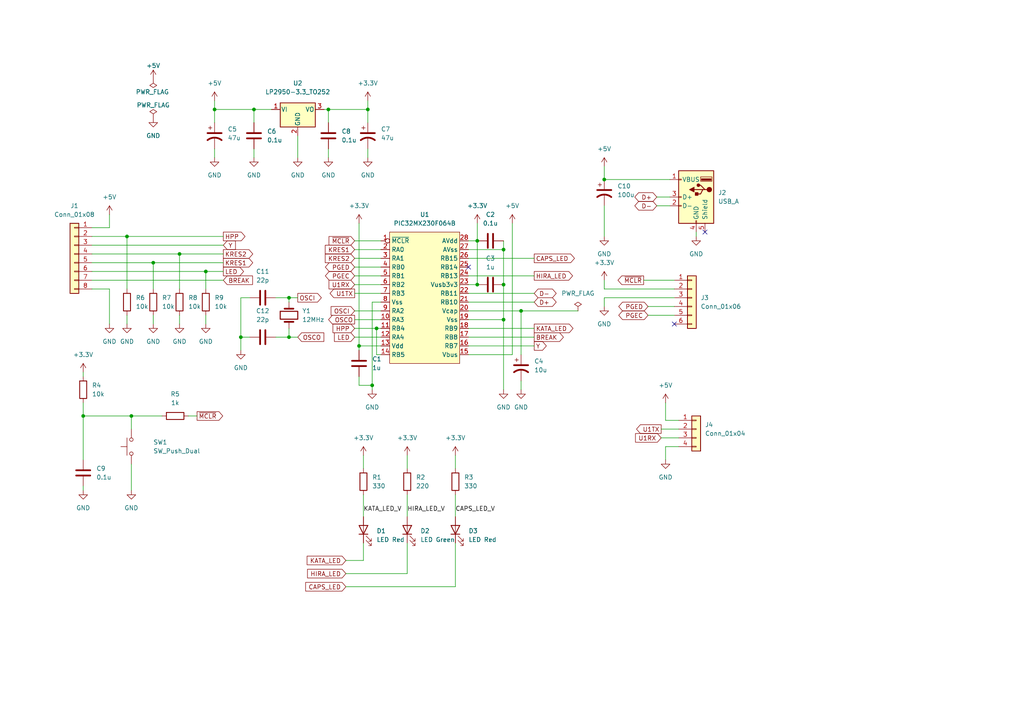
<source format=kicad_sch>
(kicad_sch (version 20211123) (generator eeschema)
  (paper "A4")
  (title_block (title "USBKeyboard4S1") (date "2023-04-17") (rev "0.1") (comment 1 "Designed by Sasaji 2023"))
  (lib_symbols
    (symbol "Connector:USB_A" (pin_names (offset 1.016))
      (property "Reference" "J" (at -5.08 11.43 0))
      (property "Value" "USB_A" (at -5.08 8.89 0))
      (symbol "USB_A_0_1"
        (rectangle (start -5.08 -7.62) (end 5.08 7.62) (stroke (width 0.254)) (fill (type background)))
        (circle (center -3.81 2.159) (radius 0.635) (stroke (width 0.254)) (fill (type outline)))
        (rectangle (start -1.524 4.826) (end -4.318 5.334) (fill (type outline)))
        (rectangle (start -1.27 4.572) (end -4.572 5.842))
        (circle (center -0.635 3.429) (radius 0.381) (stroke (width 0.254)) (fill (type outline)))
        (rectangle (start -0.127 -7.62) (end 0.127 -6.858))
        (polyline (pts (xy -3.175 2.159) (xy -2.54 2.159) (xy -1.27 3.429) (xy -0.635 3.429)) (stroke (width 0.254)))
        (polyline (pts (xy -2.54 2.159) (xy -1.905 2.159) (xy -1.27 0.889) (xy 0 0.889)) (stroke (width 0.254)))
        (polyline (pts (xy 0.635 2.794) (xy 0.635 1.524) (xy 1.905 2.159) (xy 0.635 2.794)) (stroke (width 0.254)) (fill (type outline)))
        (rectangle (start 0.254 1.27) (end -0.508 0.508) (stroke (width 0.254)) (fill (type outline)))
        (rectangle (start 5.08 -2.667) (end 4.318 -2.413))
        (rectangle (start 5.08 -0.127) (end 4.318 0.127))
        (rectangle (start 5.08 4.953) (end 4.318 5.207))
      )
      (symbol "USB_A_1_1"
        (polyline (pts (xy -1.905 2.159) (xy 0.635 2.159)) (stroke (width 0.254)))
        (pin power_in line (at 7.62 5.08 180) (length 2.54) (name "VBUS") (number "1"))
        (pin bidirectional line (at 7.62 -2.54 180) (length 2.54) (name "D-") (number "2"))
        (pin bidirectional line (at 7.62 0 180) (length 2.54) (name "D+") (number "3"))
        (pin power_in line (at 0 -10.16 90) (length 2.54) (name "GND") (number "4"))
        (pin passive line (at -2.54 -10.16 90) (length 2.54) (name "Shield") (number "5"))
      )
    )
    (symbol "Connector_Generic:Conn_01x04" (pin_names (offset 1.016) hide)
      (property "Reference" "J" (at 0 5.08 0))
      (property "Value" "Conn_01x04" (at 0 -7.62 0))
      (symbol "Conn_01x04_1_1"
        (rectangle (start -1.27 -4.953) (end 0 -5.207) (stroke (width 0.1524)))
        (rectangle (start -1.27 -2.413) (end 0 -2.667) (stroke (width 0.1524)))
        (rectangle (start -1.27 0.127) (end 0 -0.127) (stroke (width 0.1524)))
        (rectangle (start -1.27 2.667) (end 0 2.413) (stroke (width 0.1524)))
        (rectangle (start -1.27 3.81) (end 1.27 -6.35) (stroke (width 0.254)) (fill (type background)))
        (pin passive line (at -5.08 2.54 0) (length 3.81) (name "Pin_1") (number "1"))
        (pin passive line (at -5.08 0 0) (length 3.81) (name "Pin_2") (number "2"))
        (pin passive line (at -5.08 -2.54 0) (length 3.81) (name "Pin_3") (number "3"))
        (pin passive line (at -5.08 -5.08 0) (length 3.81) (name "Pin_4") (number "4"))
      )
    )
    (symbol "Connector_Generic:Conn_01x06" (pin_names (offset 1.016) hide)
      (property "Reference" "J" (at 0 7.62 0))
      (property "Value" "Conn_01x06" (at 0 -10.16 0))
      (symbol "Conn_01x06_1_1"
        (rectangle (start -1.27 -7.493) (end 0 -7.747) (stroke (width 0.1524)))
        (rectangle (start -1.27 -4.953) (end 0 -5.207) (stroke (width 0.1524)))
        (rectangle (start -1.27 -2.413) (end 0 -2.667) (stroke (width 0.1524)))
        (rectangle (start -1.27 0.127) (end 0 -0.127) (stroke (width 0.1524)))
        (rectangle (start -1.27 2.667) (end 0 2.413) (stroke (width 0.1524)))
        (rectangle (start -1.27 5.207) (end 0 4.953) (stroke (width 0.1524)))
        (rectangle (start -1.27 6.35) (end 1.27 -8.89) (stroke (width 0.254)) (fill (type background)))
        (pin passive line (at -5.08 5.08 0) (length 3.81) (name "Pin_1") (number "1"))
        (pin passive line (at -5.08 2.54 0) (length 3.81) (name "Pin_2") (number "2"))
        (pin passive line (at -5.08 0 0) (length 3.81) (name "Pin_3") (number "3"))
        (pin passive line (at -5.08 -2.54 0) (length 3.81) (name "Pin_4") (number "4"))
        (pin passive line (at -5.08 -5.08 0) (length 3.81) (name "Pin_5") (number "5"))
        (pin passive line (at -5.08 -7.62 0) (length 3.81) (name "Pin_6") (number "6"))
      )
    )
    (symbol "Connector_Generic:Conn_01x08" (pin_names (offset 1.016) hide)
      (property "Reference" "J" (at 0 10.16 0))
      (property "Value" "Conn_01x08" (at 0 -12.7 0))
      (symbol "Conn_01x08_1_1"
        (rectangle (start -1.27 -10.033) (end 0 -10.287) (stroke (width 0.1524)))
        (rectangle (start -1.27 -7.493) (end 0 -7.747) (stroke (width 0.1524)))
        (rectangle (start -1.27 -4.953) (end 0 -5.207) (stroke (width 0.1524)))
        (rectangle (start -1.27 -2.413) (end 0 -2.667) (stroke (width 0.1524)))
        (rectangle (start -1.27 0.127) (end 0 -0.127) (stroke (width 0.1524)))
        (rectangle (start -1.27 2.667) (end 0 2.413) (stroke (width 0.1524)))
        (rectangle (start -1.27 5.207) (end 0 4.953) (stroke (width 0.1524)))
        (rectangle (start -1.27 7.747) (end 0 7.493) (stroke (width 0.1524)))
        (rectangle (start -1.27 8.89) (end 1.27 -11.43) (stroke (width 0.254)) (fill (type background)))
        (pin passive line (at -5.08 7.62 0) (length 3.81) (name "Pin_1") (number "1"))
        (pin passive line (at -5.08 5.08 0) (length 3.81) (name "Pin_2") (number "2"))
        (pin passive line (at -5.08 2.54 0) (length 3.81) (name "Pin_3") (number "3"))
        (pin passive line (at -5.08 0 0) (length 3.81) (name "Pin_4") (number "4"))
        (pin passive line (at -5.08 -2.54 0) (length 3.81) (name "Pin_5") (number "5"))
        (pin passive line (at -5.08 -5.08 0) (length 3.81) (name "Pin_6") (number "6"))
        (pin passive line (at -5.08 -7.62 0) (length 3.81) (name "Pin_7") (number "7"))
        (pin passive line (at -5.08 -10.16 0) (length 3.81) (name "Pin_8") (number "8"))
      )
    )
    (symbol "Device:C" (pin_numbers hide) (pin_names (offset 0.254))
      (property "Reference" "C" (at 0.635 2.54 0))
      (property "Value" "C" (at 0.635 -2.54 0))
      (symbol "C_0_1"
        (polyline (pts (xy -2.032 -0.762) (xy 2.032 -0.762)) (stroke (width 0.508)))
        (polyline (pts (xy -2.032 0.762) (xy 2.032 0.762)) (stroke (width 0.508)))
      )
      (symbol "C_1_1"
        (pin passive line (at 0 3.81 270) (length 2.794) (name "~") (number "1"))
        (pin passive line (at 0 -3.81 90) (length 2.794) (name "~") (number "2"))
      )
    )
    (symbol "Device:C_Polarized_US" (pin_numbers hide) (pin_names (offset 0.254) hide)
      (property "Reference" "C" (at 0.635 2.54 0))
      (property "Value" "C_Polarized_US" (at 0.635 -2.54 0))
      (symbol "C_Polarized_US_0_1"
        (polyline (pts (xy -2.032 0.762) (xy 2.032 0.762)) (stroke (width 0.508)))
        (polyline (pts (xy -1.778 2.286) (xy -0.762 2.286)))
        (polyline (pts (xy -1.27 1.778) (xy -1.27 2.794)))
        (arc (start 2.032 -1.27) (mid 0 -0.5572) (end -2.032 -1.27) (stroke (width 0.508)))
      )
      (symbol "C_Polarized_US_1_1"
        (pin passive line (at 0 3.81 270) (length 2.794) (name "~") (number "1"))
        (pin passive line (at 0 -3.81 90) (length 3.302) (name "~") (number "2"))
      )
    )
    (symbol "Device:Crystal" (pin_numbers hide) (pin_names (offset 1.016) hide)
      (property "Reference" "Y" (at 0 3.81 0))
      (property "Value" "Crystal" (at 0 -3.81 0))
      (symbol "Crystal_0_1"
        (rectangle (start -1.143 2.54) (end 1.143 -2.54) (stroke (width 0.3048)))
        (polyline (pts (xy -2.54 0) (xy -1.905 0)))
        (polyline (pts (xy -1.905 -1.27) (xy -1.905 1.27)) (stroke (width 0.508)))
        (polyline (pts (xy 1.905 -1.27) (xy 1.905 1.27)) (stroke (width 0.508)))
        (polyline (pts (xy 2.54 0) (xy 1.905 0)))
      )
      (symbol "Crystal_1_1"
        (pin passive line (at -3.81 0 0) (length 1.27) (name "1") (number "1"))
        (pin passive line (at 3.81 0 180) (length 1.27) (name "2") (number "2"))
      )
    )
    (symbol "Device:LED" (pin_numbers hide) (pin_names (offset 1.016) hide)
      (property "Reference" "D" (at 0 2.54 0))
      (property "Value" "LED" (at 0 -2.54 0))
      (symbol "LED_0_1"
        (polyline (pts (xy -1.27 -1.27) (xy -1.27 1.27)) (stroke (width 0.254)))
        (polyline (pts (xy -1.27 0) (xy 1.27 0)))
        (polyline (pts (xy 1.27 -1.27) (xy 1.27 1.27) (xy -1.27 0) (xy 1.27 -1.27)) (stroke (width 0.254)))
        (polyline (pts (xy -3.048 -0.762) (xy -4.572 -2.286) (xy -3.81 -2.286) (xy -4.572 -2.286) (xy -4.572 -1.524)))
        (polyline (pts (xy -1.778 -0.762) (xy -3.302 -2.286) (xy -2.54 -2.286) (xy -3.302 -2.286) (xy -3.302 -1.524)))
      )
      (symbol "LED_1_1"
        (pin passive line (at -3.81 0 0) (length 2.54) (name "K") (number "1"))
        (pin passive line (at 3.81 0 180) (length 2.54) (name "A") (number "2"))
      )
    )
    (symbol "Device:R" (pin_numbers hide) (pin_names (offset 0))
      (property "Reference" "R" (at 2.032 0 90))
      (property "Value" "R" (at 0 0 90))
      (symbol "R_0_1"
        (rectangle (start -1.016 -2.54) (end 1.016 2.54) (stroke (width 0.254)))
      )
      (symbol "R_1_1"
        (pin passive line (at 0 3.81 270) (length 1.27) (name "~") (number "1"))
        (pin passive line (at 0 -3.81 90) (length 1.27) (name "~") (number "2"))
      )
    )
    (symbol "MySymbols:PIC32MX230F064B"
      (property "Reference" "U" (at 0 -6.35 0))
      (property "Value" "PIC32MX230F064B" (at 0 -20.32 0))
      (symbol "PIC32MX230F064B_0_1"
        (rectangle (start -10.16 19.05) (end 10.16 -19.05) (fill (type background)))
      )
      (symbol "PIC32MX230F064B_1_1"
        (pin input inverted (at -12.7 16.51 0) (length 2.54) (name "~{MCLR}") (number "1"))
        (pin bidirectional line (at -12.7 -6.35 0) (length 2.54) (name "RA3") (number "10"))
        (pin bidirectional line (at -12.7 -8.89 0) (length 2.54) (name "RB4") (number "11"))
        (pin bidirectional line (at -12.7 -11.43 0) (length 2.54) (name "RA4") (number "12"))
        (pin power_in line (at -12.7 -13.97 0) (length 2.54) (name "Vdd") (number "13"))
        (pin bidirectional line (at -12.7 -16.51 0) (length 2.54) (name "RB5") (number "14"))
        (pin power_in line (at 12.7 -16.51 180) (length 2.54) (name "Vbus") (number "15"))
        (pin bidirectional line (at 12.7 -13.97 180) (length 2.54) (name "RB7") (number "16"))
        (pin bidirectional line (at 12.7 -11.43 180) (length 2.54) (name "RB8") (number "17"))
        (pin bidirectional line (at 12.7 -8.89 180) (length 2.54) (name "RB9") (number "18"))
        (pin power_in line (at 12.7 -6.35 180) (length 2.54) (name "Vss") (number "19"))
        (pin bidirectional line (at -12.7 13.97 0) (length 2.54) (name "RA0") (number "2"))
        (pin power_in line (at 12.7 -3.81 180) (length 2.54) (name "Vcap") (number "20"))
        (pin bidirectional line (at 12.7 -1.27 180) (length 2.54) (name "RB10") (number "21"))
        (pin bidirectional line (at 12.7 1.27 180) (length 2.54) (name "RB11") (number "22"))
        (pin power_in line (at 12.7 3.81 180) (length 2.54) (name "Vusb3v3") (number "23"))
        (pin bidirectional line (at 12.7 6.35 180) (length 2.54) (name "RB13") (number "24"))
        (pin bidirectional line (at 12.7 8.89 180) (length 2.54) (name "RB14") (number "25"))
        (pin bidirectional line (at 12.7 11.43 180) (length 2.54) (name "RB15") (number "26"))
        (pin power_in line (at 12.7 13.97 180) (length 2.54) (name "AVss") (number "27"))
        (pin power_in line (at 12.7 16.51 180) (length 2.54) (name "AVdd") (number "28"))
        (pin bidirectional line (at -12.7 11.43 0) (length 2.54) (name "RA1") (number "3"))
        (pin bidirectional line (at -12.7 8.89 0) (length 2.54) (name "RB0") (number "4"))
        (pin bidirectional line (at -12.7 6.35 0) (length 2.54) (name "RB1") (number "5"))
        (pin bidirectional line (at -12.7 3.81 0) (length 2.54) (name "RB2") (number "6"))
        (pin bidirectional line (at -12.7 1.27 0) (length 2.54) (name "RB3") (number "7"))
        (pin power_in line (at -12.7 -1.27 0) (length 2.54) (name "Vss") (number "8"))
        (pin bidirectional line (at -12.7 -3.81 0) (length 2.54) (name "RA2") (number "9"))
      )
    )
    (symbol "Regulator_Linear:LP2950-3.3_TO252" (pin_names (offset 0.254))
      (property "Reference" "U" (at -3.81 3.175 0))
      (property "Value" "LP2950-3.3_TO252" (at 0 3.175 0))
      (symbol "LP2950-3.3_TO252_0_1"
        (rectangle (start -5.08 1.905) (end 5.08 -5.08) (stroke (width 0.254)) (fill (type background)))
      )
      (symbol "LP2950-3.3_TO252_1_1"
        (pin power_in line (at -7.62 0 0) (length 2.54) (name "VI") (number "1"))
        (pin power_in line (at 0 -7.62 90) (length 2.54) (name "GND") (number "2"))
        (pin power_out line (at 7.62 0 180) (length 2.54) (name "VO") (number "3"))
      )
    )
    (symbol "Switch:SW_Push" (pin_numbers hide) (pin_names (offset 1.016) hide)
      (property "Reference" "SW" (at 1.27 2.54 0))
      (property "Value" "SW_Push" (at 0 -1.524 0))
      (symbol "SW_Push_0_1"
        (circle (center -2.032 0) (radius 0.508))
        (polyline (pts (xy 0 1.27) (xy 0 3.048)))
        (polyline (pts (xy 2.54 1.27) (xy -2.54 1.27)))
        (circle (center 2.032 0) (radius 0.508))
        (pin passive line (at -5.08 0 0) (length 2.54) (name "1") (number "1"))
        (pin passive line (at 5.08 0 180) (length 2.54) (name "2") (number "2"))
      )
    )
    (symbol "power:+3.3V" (power) (pin_names (offset 0))
      (property "Value" "+3.3V" (at 0 3.556 0))
      (symbol "+3.3V_0_1"
        (polyline (pts (xy -0.762 1.27) (xy 0 2.54)))
        (polyline (pts (xy 0 0) (xy 0 2.54)))
        (polyline (pts (xy 0 2.54) (xy 0.762 1.27)))
      )
      (symbol "+3.3V_1_1"
        (pin power_in line (at 0 0 90) (length 0) hide (name "+3.3V") (number "1"))
      )
    )
    (symbol "power:+5V" (power) (pin_names (offset 0))
      (property "Value" "+5V" (at 0 3.556 0))
      (symbol "+5V_0_1"
        (polyline (pts (xy -0.762 1.27) (xy 0 2.54)))
        (polyline (pts (xy 0 0) (xy 0 2.54)))
        (polyline (pts (xy 0 2.54) (xy 0.762 1.27)))
      )
      (symbol "+5V_1_1"
        (pin power_in line (at 0 0 90) (length 0) hide (name "+5V") (number "1"))
      )
    )
    (symbol "power:GND" (power) (pin_names (offset 0))
      (property "Value" "GND" (at 0 -3.81 0))
      (symbol "GND_0_1"
        (polyline (pts (xy 0 0) (xy 0 -1.27) (xy 1.27 -1.27) (xy 0 -2.54) (xy -1.27 -1.27) (xy 0 -1.27)))
      )
      (symbol "GND_1_1"
        (pin power_in line (at 0 0 270) (length 0) hide (name "GND") (number "1"))
      )
    )
    (symbol "power:PWR_FLAG" (power) (pin_numbers hide) (pin_names (offset 0) hide)
      (property "Value" "PWR_FLAG" (at 0 3.81 0))
      (symbol "PWR_FLAG_0_0"
        (pin power_out line (at 0 0 90) (length 0) (name "pwr") (number "1"))
      )
      (symbol "PWR_FLAG_0_1"
        (polyline (pts (xy 0 0) (xy 0 1.27) (xy -1.016 1.905) (xy 0 2.54) (xy 1.016 1.905) (xy 0 1.27)))
      )
    )
  )
  (junction (at 24.13 120.65))
  (junction (at 73.66 31.75))
  (junction (at 36.83 68.58))
  (junction (at 62.23 31.75))
  (junction (at 107.95 111.76))
  (junction (at 146.05 92.71))
  (junction (at 151.13 90.17))
  (junction (at 146.05 82.55))
  (junction (at 104.14 100.33))
  (junction (at 175.26 52.07))
  (junction (at 52.07 73.66))
  (junction (at 109.22 95.25))
  (junction (at 83.82 97.79))
  (junction (at 138.43 69.85))
  (junction (at 106.68 31.75))
  (junction (at 95.25 31.75))
  (junction (at 38.1 120.65))
  (junction (at 44.45 76.2))
  (junction (at 59.69 78.74))
  (junction (at 83.82 86.36))
  (junction (at 138.43 82.55))
  (junction (at 69.85 97.79))
  (junction (at 146.05 72.39))
  (no_connect (at 195.58 93.98))
  (no_connect (at 204.47 67.31))
  (no_connect (at 135.89 77.47))
  (wire (pts (xy 24.13 140.97) (xy 24.13 142.24)))
  (wire (pts (xy 26.67 71.12) (xy 64.77 71.12)))
  (wire (pts (xy 135.89 102.87) (xy 148.59 102.87)))
  (wire (pts (xy 44.45 91.44) (xy 44.45 93.98)))
  (wire (pts (xy 59.69 78.74) (xy 59.69 83.82)))
  (wire (pts (xy 104.14 100.33) (xy 104.14 101.6)))
  (wire (pts (xy 107.95 113.03) (xy 107.95 111.76)))
  (wire (pts (xy 54.61 120.65) (xy 57.15 120.65)))
  (wire (pts (xy 104.14 111.76) (xy 107.95 111.76)))
  (wire (pts (xy 102.87 92.71) (xy 110.49 92.71)))
  (wire (pts (xy 100.33 170.18) (xy 132.08 170.18)))
  (wire (pts (xy 102.87 97.79) (xy 110.49 97.79)))
  (wire (pts (xy 135.89 74.93) (xy 154.94 74.93)))
  (wire (pts (xy 102.87 80.01) (xy 110.49 80.01)))
  (wire (pts (xy 193.04 133.35) (xy 193.04 129.54)))
  (wire (pts (xy 104.14 100.33) (xy 104.14 64.77)))
  (wire (pts (xy 102.87 72.39) (xy 110.49 72.39)))
  (wire (pts (xy 95.25 43.18) (xy 95.25 45.72)))
  (wire (pts (xy 62.23 29.21) (xy 62.23 31.75)))
  (wire (pts (xy 26.67 68.58) (xy 36.83 68.58)))
  (wire (pts (xy 135.89 92.71) (xy 146.05 92.71)))
  (wire (pts (xy 69.85 101.6) (xy 69.85 97.79)))
  (wire (pts (xy 118.11 157.48) (xy 118.11 166.37)))
  (wire (pts (xy 100.33 166.37) (xy 118.11 166.37)))
  (wire (pts (xy 38.1 120.65) (xy 38.1 124.46)))
  (wire (pts (xy 135.89 95.25) (xy 154.94 95.25)))
  (wire (pts (xy 62.23 31.75) (xy 62.23 35.56)))
  (wire (pts (xy 118.11 143.51) (xy 118.11 149.86)))
  (wire (pts (xy 191.77 124.46) (xy 196.85 124.46)))
  (wire (pts (xy 109.22 102.87) (xy 110.49 102.87)))
  (wire (pts (xy 107.95 111.76) (xy 107.95 87.63)))
  (wire (pts (xy 26.67 78.74) (xy 59.69 78.74)))
  (wire (pts (xy 102.87 90.17) (xy 110.49 90.17)))
  (wire (pts (xy 46.99 120.65) (xy 38.1 120.65)))
  (wire (pts (xy 146.05 82.55) (xy 146.05 72.39)))
  (wire (pts (xy 175.26 88.9) (xy 175.26 86.36)))
  (wire (pts (xy 105.41 157.48) (xy 105.41 162.56)))
  (wire (pts (xy 24.13 116.84) (xy 24.13 120.65)))
  (wire (pts (xy 148.59 102.87) (xy 148.59 64.77)))
  (wire (pts (xy 190.5 57.15) (xy 194.31 57.15)))
  (wire (pts (xy 132.08 132.08) (xy 132.08 135.89)))
  (wire (pts (xy 44.45 76.2) (xy 64.77 76.2)))
  (wire (pts (xy 132.08 157.48) (xy 132.08 170.18)))
  (wire (pts (xy 175.26 86.36) (xy 195.58 86.36)))
  (wire (pts (xy 104.14 109.22) (xy 104.14 111.76)))
  (wire (pts (xy 44.45 76.2) (xy 44.45 83.82)))
  (wire (pts (xy 175.26 48.26) (xy 175.26 52.07)))
  (wire (pts (xy 175.26 52.07) (xy 194.31 52.07)))
  (wire (pts (xy 151.13 110.49) (xy 151.13 113.03)))
  (wire (pts (xy 193.04 116.84) (xy 193.04 121.92)))
  (wire (pts (xy 62.23 43.18) (xy 62.23 45.72)))
  (wire (pts (xy 80.01 97.79) (xy 83.82 97.79)))
  (wire (pts (xy 105.41 143.51) (xy 105.41 149.86)))
  (wire (pts (xy 73.66 31.75) (xy 73.66 35.56)))
  (wire (pts (xy 135.89 72.39) (xy 146.05 72.39)))
  (wire (pts (xy 190.5 59.69) (xy 194.31 59.69)))
  (wire (pts (xy 175.26 83.82) (xy 195.58 83.82)))
  (wire (pts (xy 26.67 83.82) (xy 31.75 83.82)))
  (wire (pts (xy 59.69 78.74) (xy 64.77 78.74)))
  (wire (pts (xy 135.89 100.33) (xy 154.94 100.33)))
  (wire (pts (xy 52.07 73.66) (xy 64.77 73.66)))
  (wire (pts (xy 86.36 39.37) (xy 86.36 45.72)))
  (wire (pts (xy 102.87 85.09) (xy 110.49 85.09)))
  (wire (pts (xy 110.49 100.33) (xy 104.14 100.33)))
  (wire (pts (xy 109.22 95.25) (xy 109.22 102.87)))
  (wire (pts (xy 193.04 129.54) (xy 196.85 129.54)))
  (wire (pts (xy 193.04 121.92) (xy 196.85 121.92)))
  (wire (pts (xy 36.83 68.58) (xy 64.77 68.58)))
  (wire (pts (xy 146.05 92.71) (xy 146.05 82.55)))
  (wire (pts (xy 93.98 31.75) (xy 95.25 31.75)))
  (wire (pts (xy 24.13 107.95) (xy 24.13 109.22)))
  (wire (pts (xy 26.67 66.04) (xy 31.75 66.04)))
  (wire (pts (xy 175.26 81.28) (xy 175.26 83.82)))
  (wire (pts (xy 36.83 68.58) (xy 36.83 83.82)))
  (wire (pts (xy 175.26 59.69) (xy 175.26 68.58)))
  (wire (pts (xy 135.89 87.63) (xy 154.94 87.63)))
  (wire (pts (xy 106.68 31.75) (xy 106.68 35.56)))
  (wire (pts (xy 78.74 31.75) (xy 73.66 31.75)))
  (wire (pts (xy 59.69 91.44) (xy 59.69 93.98)))
  (wire (pts (xy 118.11 132.08) (xy 118.11 135.89)))
  (wire (pts (xy 102.87 74.93) (xy 110.49 74.93)))
  (wire (pts (xy 95.25 31.75) (xy 95.25 35.56)))
  (wire (pts (xy 69.85 97.79) (xy 69.85 86.36)))
  (wire (pts (xy 135.89 69.85) (xy 138.43 69.85)))
  (wire (pts (xy 73.66 31.75) (xy 62.23 31.75)))
  (wire (pts (xy 135.89 90.17) (xy 151.13 90.17)))
  (wire (pts (xy 187.96 88.9) (xy 195.58 88.9)))
  (wire (pts (xy 24.13 120.65) (xy 24.13 133.35)))
  (wire (pts (xy 146.05 69.85) (xy 146.05 72.39)))
  (wire (pts (xy 187.96 91.44) (xy 195.58 91.44)))
  (wire (pts (xy 146.05 113.03) (xy 146.05 92.71)))
  (wire (pts (xy 31.75 62.23) (xy 31.75 66.04)))
  (wire (pts (xy 191.77 127) (xy 196.85 127)))
  (wire (pts (xy 102.87 82.55) (xy 110.49 82.55)))
  (wire (pts (xy 83.82 97.79) (xy 86.36 97.79)))
  (wire (pts (xy 38.1 120.65) (xy 24.13 120.65)))
  (wire (pts (xy 186.69 81.28) (xy 195.58 81.28)))
  (wire (pts (xy 138.43 64.77) (xy 138.43 69.85)))
  (wire (pts (xy 102.87 95.25) (xy 109.22 95.25)))
  (wire (pts (xy 138.43 69.85) (xy 138.43 82.55)))
  (wire (pts (xy 73.66 43.18) (xy 73.66 45.72)))
  (wire (pts (xy 52.07 91.44) (xy 52.07 93.98)))
  (wire (pts (xy 26.67 76.2) (xy 44.45 76.2)))
  (wire (pts (xy 80.01 86.36) (xy 83.82 86.36)))
  (wire (pts (xy 38.1 134.62) (xy 38.1 142.24)))
  (wire (pts (xy 105.41 132.08) (xy 105.41 135.89)))
  (wire (pts (xy 135.89 82.55) (xy 138.43 82.55)))
  (wire (pts (xy 52.07 73.66) (xy 52.07 83.82)))
  (wire (pts (xy 26.67 73.66) (xy 52.07 73.66)))
  (wire (pts (xy 201.93 67.31) (xy 201.93 68.58)))
  (wire (pts (xy 135.89 97.79) (xy 154.94 97.79)))
  (wire (pts (xy 135.89 85.09) (xy 154.94 85.09)))
  (wire (pts (xy 100.33 162.56) (xy 105.41 162.56)))
  (wire (pts (xy 102.87 77.47) (xy 110.49 77.47)))
  (wire (pts (xy 36.83 91.44) (xy 36.83 93.98)))
  (wire (pts (xy 151.13 102.87) (xy 151.13 90.17)))
  (wire (pts (xy 31.75 83.82) (xy 31.75 93.98)))
  (wire (pts (xy 102.87 69.85) (xy 110.49 69.85)))
  (wire (pts (xy 83.82 86.36) (xy 86.36 86.36)))
  (wire (pts (xy 26.67 81.28) (xy 64.77 81.28)))
  (wire (pts (xy 106.68 29.21) (xy 106.68 31.75)))
  (wire (pts (xy 151.13 90.17) (xy 167.64 90.17)))
  (wire (pts (xy 132.08 143.51) (xy 132.08 149.86)))
  (wire (pts (xy 107.95 87.63) (xy 110.49 87.63)))
  (wire (pts (xy 95.25 31.75) (xy 106.68 31.75)))
  (wire (pts (xy 69.85 97.79) (xy 72.39 97.79)))
  (wire (pts (xy 69.85 86.36) (xy 72.39 86.36)))
  (wire (pts (xy 83.82 95.25) (xy 83.82 97.79)))
  (wire (pts (xy 83.82 86.36) (xy 83.82 87.63)))
  (wire (pts (xy 109.22 95.25) (xy 110.49 95.25)))
  (wire (pts (xy 106.68 43.18) (xy 106.68 45.72)))
  (wire (pts (xy 135.89 80.01) (xy 154.94 80.01)))
  (label "KATA_LED_V" (at 105.41 148.59 0))
  (label "CAPS_LED_V" (at 132.08 148.59 0))
  (label "HIRA_LED_V" (at 118.11 148.59 0))
  (global_label "KRES2" (shape output) (at 64.77 73.66 0) (property "Intersheet References" "${INTERSHEET_REFS}" (effects hide)))
  (global_label "HPP" (shape input) (at 102.87 95.25 180) (property "Intersheet References" "${INTERSHEET_REFS}" (effects hide)))
  (global_label "U1TX" (shape output) (at 191.77 124.46 180) (property "Intersheet References" "${INTERSHEET_REFS}" (effects hide)))
  (global_label "CAPS_LED" (shape input) (at 100.33 170.18 180) (property "Intersheet References" "${INTERSHEET_REFS}" (effects hide)))
  (global_label "PGED" (shape bidirectional) (at 187.96 88.9 180) (property "Intersheet References" "${INTERSHEET_REFS}" (effects hide)))
  (global_label "HIRA_LED" (shape output) (at 154.94 80.01 0) (property "Intersheet References" "${INTERSHEET_REFS}" (effects hide)))
  (global_label "OSCO" (shape input) (at 86.36 97.79 0) (property "Intersheet References" "${INTERSHEET_REFS}" (effects hide)))
  (global_label "LED" (shape input) (at 102.87 97.79 180) (property "Intersheet References" "${INTERSHEET_REFS}" (effects hide)))
  (global_label "LED" (shape output) (at 64.77 78.74 0) (property "Intersheet References" "${INTERSHEET_REFS}" (effects hide)))
  (global_label "OSCI" (shape output) (at 86.36 86.36 0) (property "Intersheet References" "${INTERSHEET_REFS}" (effects hide)))
  (global_label "HPP" (shape output) (at 64.77 68.58 0) (property "Intersheet References" "${INTERSHEET_REFS}" (effects hide)))
  (global_label "D-" (shape bidirectional) (at 190.5 59.69 180) (property "Intersheet References" "${INTERSHEET_REFS}" (effects hide)))
  (global_label "BREAK" (shape input) (at 64.77 81.28 0) (property "Intersheet References" "${INTERSHEET_REFS}" (effects hide)))
  (global_label "KATA_LED" (shape output) (at 154.94 95.25 0) (property "Intersheet References" "${INTERSHEET_REFS}" (effects hide)))
  (global_label "PGEC" (shape bidirectional) (at 187.96 91.44 180) (property "Intersheet References" "${INTERSHEET_REFS}" (effects hide)))
  (global_label "PGED" (shape bidirectional) (at 102.87 77.47 180) (property "Intersheet References" "${INTERSHEET_REFS}" (effects hide)))
  (global_label "U1RX" (shape input) (at 102.87 82.55 180) (property "Intersheet References" "${INTERSHEET_REFS}" (effects hide)))
  (global_label "OSCO" (shape output) (at 102.87 92.71 180) (property "Intersheet References" "${INTERSHEET_REFS}" (effects hide)))
  (global_label "Y" (shape output) (at 154.94 100.33 0) (property "Intersheet References" "${INTERSHEET_REFS}" (effects hide)))
  (global_label "BREAK" (shape output) (at 154.94 97.79 0) (property "Intersheet References" "${INTERSHEET_REFS}" (effects hide)))
  (global_label "D+" (shape bidirectional) (at 154.94 87.63 0) (property "Intersheet References" "${INTERSHEET_REFS}" (effects hide)))
  (global_label "KRES1" (shape input) (at 102.87 72.39 180) (property "Intersheet References" "${INTERSHEET_REFS}" (effects hide)))
  (global_label "KRES1" (shape output) (at 64.77 76.2 0) (property "Intersheet References" "${INTERSHEET_REFS}" (effects hide)))
  (global_label "U1TX" (shape output) (at 102.87 85.09 180) (property "Intersheet References" "${INTERSHEET_REFS}" (effects hide)))
  (global_label "CAPS_LED" (shape output) (at 154.94 74.93 0) (property "Intersheet References" "${INTERSHEET_REFS}" (effects hide)))
  (global_label "U1RX" (shape input) (at 191.77 127 180) (property "Intersheet References" "${INTERSHEET_REFS}" (effects hide)))
  (global_label "HIRA_LED" (shape input) (at 100.33 166.37 180) (property "Intersheet References" "${INTERSHEET_REFS}" (effects hide)))
  (global_label "D-" (shape bidirectional) (at 154.94 85.09 0) (property "Intersheet References" "${INTERSHEET_REFS}" (effects hide)))
  (global_label "KATA_LED" (shape input) (at 100.33 162.56 180) (property "Intersheet References" "${INTERSHEET_REFS}" (effects hide)))
  (global_label "Y" (shape input) (at 64.77 71.12 0) (property "Intersheet References" "${INTERSHEET_REFS}" (effects hide)))
  (global_label "~{MCLR}" (shape output) (at 57.15 120.65 0) (property "Intersheet References" "${INTERSHEET_REFS}" (effects hide)))
  (global_label "OSCI" (shape input) (at 102.87 90.17 180) (property "Intersheet References" "${INTERSHEET_REFS}" (effects hide)))
  (global_label "KRES2" (shape input) (at 102.87 74.93 180) (property "Intersheet References" "${INTERSHEET_REFS}" (effects hide)))
  (global_label "PGEC" (shape bidirectional) (at 102.87 80.01 180) (property "Intersheet References" "${INTERSHEET_REFS}" (effects hide)))
  (global_label "~{MCLR}" (shape output) (at 186.69 81.28 180) (property "Intersheet References" "${INTERSHEET_REFS}" (effects hide)))
  (global_label "~{MCLR}" (shape input) (at 102.87 69.85 180) (property "Intersheet References" "${INTERSHEET_REFS}" (effects hide)))
  (global_label "D+" (shape bidirectional) (at 190.5 57.15 180) (property "Intersheet References" "${INTERSHEET_REFS}" (effects hide)))
  (symbol (lib_id "power:+3.3V") (at 104.14 64.77 0) (unit 1)
    (property "Reference" "#PWR018" (effects hide))
    (property "Value" "+3.3V" (at 104.14 59.69 0))
  )
  (symbol (lib_id "Device:R") (at 24.13 113.03 0) (unit 1)
    (property "Reference" "R4" (at 26.67 111.7599 0) (effects (justify left)))
    (property "Value" "10k" (at 26.67 114.3 0) (effects (justify left)))
    (property "Footprint" "Resistor_THT:R_Axial_DIN0207_L6.3mm_D2.5mm_P2.54mm_Vertical" (effects hide))
  )
  (symbol (lib_id "power:+3.3V") (at 105.41 132.08 0) (unit 1)
    (property "Reference" "#PWR019" (effects hide))
    (property "Value" "+3.3V" (at 105.41 127 0))
  )
  (symbol (lib_id "Connector_Generic:Conn_01x06") (at 200.66 86.36 0) (unit 1)
    (property "Reference" "J3" (at 203.2 86.3599 0) (effects (justify left)))
    (property "Value" "Conn_01x06" (at 203.2 88.8999 0) (effects (justify left)))
    (property "Footprint" "Connector_PinHeader_2.54mm:PinHeader_1x06_P2.54mm_Vertical" (effects hide))
  )
  (symbol (lib_id "Device:C") (at 76.2 97.79 90) (unit 1)
    (property "Reference" "C12" (at 76.2 90.17 90))
    (property "Value" "22p" (at 76.2 92.71 90))
    (property "Footprint" "Capacitor_THT:C_Disc_D3.0mm_W2.0mm_P2.50mm" (effects hide))
  )
  (symbol (lib_id "power:GND") (at 193.04 133.35 0) (unit 1)
    (property "Reference" "#PWR031" (effects hide))
    (property "Value" "GND" (at 193.04 138.43 0))
  )
  (symbol (lib_id "power:GND") (at 73.66 45.72 0) (unit 1)
    (property "Reference" "#PWR010" (effects hide))
    (property "Value" "GND" (at 73.66 50.8 0))
  )
  (symbol (lib_id "Device:C_Polarized_US") (at 106.68 39.37 0) (unit 1)
    (property "Reference" "C7" (at 110.49 37.4649 0) (effects (justify left)))
    (property "Value" "47u" (at 110.49 40.0049 0) (effects (justify left)))
    (property "Footprint" "Capacitor_THT:CP_Radial_D5.0mm_P2.50mm" (effects hide))
  )
  (symbol (lib_id "Device:LED") (at 118.11 153.67 90) (unit 1)
    (property "Reference" "D2" (at 121.92 153.9874 90) (effects (justify right)))
    (property "Value" "LED Green" (at 121.92 156.5274 90) (effects (justify right)))
    (property "Footprint" "LED_THT:LED_D2.0mm_W4.8mm_H2.5mm_FlatTop" (effects hide))
  )
  (symbol (lib_id "power:+5V") (at 175.26 48.26 0) (unit 1)
    (property "Reference" "#PWR027" (effects hide))
    (property "Value" "+5V" (at 175.26 43.18 0))
  )
  (symbol (lib_id "Switch:SW_Push") (at 38.1 129.54 90) (unit 1)
    (property "Reference" "SW1" (at 44.45 128.2699 90) (effects (justify right)))
    (property "Value" "SW_Push_Dual" (at 44.45 130.8099 90) (effects (justify right)))
    (property "Footprint" "Button_Switch_THT:SW_PUSH_6mm" (effects hide))
  )
  (symbol (lib_id "power:+5V") (at 62.23 29.21 0) (unit 1)
    (property "Reference" "#PWR06" (effects hide))
    (property "Value" "+5V" (at 62.23 24.13 0))
  )
  (symbol (lib_id "power:+3.3V") (at 106.68 29.21 0) (unit 1)
    (property "Reference" "#PWR016" (effects hide))
    (property "Value" "+3.3V" (at 106.68 24.13 0))
  )
  (symbol (lib_id "power:GND") (at 86.36 45.72 0) (unit 1)
    (property "Reference" "#PWR013" (effects hide))
    (property "Value" "GND" (at 86.36 50.8 0))
  )
  (symbol (lib_id "Device:R") (at 59.69 87.63 0) (unit 1)
    (property "Reference" "R9" (at 62.23 86.3599 0) (effects (justify left)))
    (property "Value" "10k" (at 62.23 88.8999 0) (effects (justify left)))
    (property "Footprint" "Resistor_THT:R_Axial_DIN0207_L6.3mm_D2.5mm_P2.54mm_Vertical" (effects hide))
  )
  (symbol (lib_id "power:GND") (at 106.68 45.72 0) (unit 1)
    (property "Reference" "#PWR017" (effects hide))
    (property "Value" "GND" (at 106.68 50.8 0))
  )
  (symbol (lib_id "Device:C") (at 95.25 39.37 180) (unit 1)
    (property "Reference" "C8" (at 99.06 38.0999 0) (effects (justify right)))
    (property "Value" "0.1u" (at 99.06 40.6399 0) (effects (justify right)))
    (property "Footprint" "Capacitor_THT:C_Disc_D3.0mm_W2.0mm_P2.50mm" (effects hide))
  )
  (symbol (lib_id "power:+3.3V") (at 132.08 132.08 0) (unit 1)
    (property "Reference" "#PWR022" (effects hide))
    (property "Value" "+3.3V" (at 132.08 127 0))
  )
  (symbol (lib_id "power:+5V") (at 44.45 22.86 0) (unit 1)
    (property "Reference" "#PWR0102" (effects hide))
    (property "Value" "+5V" (at 44.45 19.05 0))
  )
  (symbol (lib_id "power:+5V") (at 148.59 64.77 0) (unit 1)
    (property "Reference" "#PWR025" (effects hide))
    (property "Value" "+5V" (at 148.59 59.69 0))
  )
  (symbol (lib_id "power:GND") (at 24.13 142.24 0) (unit 1)
    (property "Reference" "#PWR02" (effects hide))
    (property "Value" "GND" (at 24.13 147.32 0))
  )
  (symbol (lib_id "Device:R") (at 50.8 120.65 90) (unit 1)
    (property "Reference" "R5" (at 50.8 114.3 90))
    (property "Value" "1k" (at 50.8 116.84 90))
    (property "Footprint" "Resistor_THT:R_Axial_DIN0207_L6.3mm_D2.5mm_P2.54mm_Vertical" (effects hide))
  )
  (symbol (lib_id "Device:C") (at 73.66 39.37 180) (unit 1)
    (property "Reference" "C6" (at 77.47 38.0999 0) (effects (justify right)))
    (property "Value" "0.1u" (at 77.47 40.6399 0) (effects (justify right)))
    (property "Footprint" "Capacitor_THT:C_Disc_D3.0mm_W2.0mm_P2.50mm" (effects hide))
  )
  (symbol (lib_id "power:+3.3V") (at 175.26 81.28 0) (unit 1)
    (property "Reference" "#PWR029" (effects hide))
    (property "Value" "+3.3V" (at 175.26 76.2 0))
  )
  (symbol (lib_id "power:GND") (at 38.1 142.24 0) (unit 1)
    (property "Reference" "#PWR08" (effects hide))
    (property "Value" "GND" (at 38.1 147.32 0))
  )
  (symbol (lib_id "Connector_Generic:Conn_01x08") (at 21.59 73.66 0) (mirror y) (unit 1)
    (property "Reference" "J1" (at 21.59 59.69 0))
    (property "Value" "Conn_01x08" (at 21.59 62.23 0))
    (property "Footprint" "Connector_JST:JST_XH_B8B-XH-A_1x08_P2.50mm_Vertical" (effects hide))
  )
  (symbol (lib_id "Device:R") (at 118.11 139.7 0) (unit 1)
    (property "Reference" "R2" (at 120.65 138.4299 0) (effects (justify left)))
    (property "Value" "220" (at 120.65 140.9699 0) (effects (justify left)))
    (property "Footprint" "Resistor_THT:R_Axial_DIN0207_L6.3mm_D2.5mm_P2.54mm_Vertical" (effects hide))
  )
  (symbol (lib_id "power:PWR_FLAG") (at 44.45 22.86 180) (unit 1)
    (property "Reference" "#FLG0102" (effects hide))
    (property "Value" "PWR_FLAG" (at 39.37 26.67 0) (effects (justify right)))
  )
  (symbol (lib_id "Connector_Generic:Conn_01x04") (at 201.93 124.46 0) (unit 1)
    (property "Reference" "J4" (at 204.47 123.1899 0) (effects (justify left)))
    (property "Value" "Conn_01x04" (at 204.47 125.7299 0) (effects (justify left)))
    (property "Footprint" "Connector_PinHeader_2.54mm:PinHeader_1x04_P2.54mm_Vertical" (effects hide))
  )
  (symbol (lib_id "Connector:USB_A") (at 201.93 57.15 0) (mirror y) (unit 1)
    (property "Reference" "J2" (at 208.28 55.8799 0) (effects (justify right)))
    (property "Value" "USB_A" (at 208.28 58.4199 0) (effects (justify right)))
    (property "Footprint" "MyLibrary:USB_A_Horizontal" (effects hide))
    (property "Datasheet" " ~" (effects hide))
  )
  (symbol (lib_id "power:GND") (at 62.23 45.72 0) (unit 1)
    (property "Reference" "#PWR07" (effects hide))
    (property "Value" "GND" (at 62.23 50.8 0))
  )
  (symbol (lib_id "Device:R") (at 52.07 87.63 0) (unit 1)
    (property "Reference" "R8" (at 54.61 86.3599 0) (effects (justify left)))
    (property "Value" "10k" (at 54.61 88.8999 0) (effects (justify left)))
    (property "Footprint" "Resistor_THT:R_Axial_DIN0207_L6.3mm_D2.5mm_P2.54mm_Vertical" (effects hide))
  )
  (symbol (lib_id "Device:R") (at 44.45 87.63 0) (unit 1)
    (property "Reference" "R7" (at 46.99 86.3599 0) (effects (justify left)))
    (property "Value" "10k" (at 46.99 88.8999 0) (effects (justify left)))
    (property "Footprint" "Resistor_THT:R_Axial_DIN0207_L6.3mm_D2.5mm_P2.54mm_Vertical" (effects hide))
  )
  (symbol (lib_id "power:+5V") (at 31.75 62.23 0) (unit 1)
    (property "Reference" "#PWR03" (effects hide))
    (property "Value" "+5V" (at 31.75 57.15 0))
  )
  (symbol (lib_id "Device:R") (at 132.08 139.7 0) (unit 1)
    (property "Reference" "R3" (at 134.62 138.4299 0) (effects (justify left)))
    (property "Value" "330" (at 134.62 140.9699 0) (effects (justify left)))
    (property "Footprint" "Resistor_THT:R_Axial_DIN0207_L6.3mm_D2.5mm_P2.54mm_Vertical" (effects hide))
  )
  (symbol (lib_id "power:GND") (at 151.13 113.03 0) (unit 1)
    (property "Reference" "#PWR026" (effects hide))
    (property "Value" "GND" (at 151.13 118.11 0))
  )
  (symbol (lib_id "power:GND") (at 175.26 88.9 0) (unit 1)
    (property "Reference" "#PWR030" (effects hide))
    (property "Value" "GND" (at 175.26 93.98 0))
  )
  (symbol (lib_id "Device:C") (at 104.14 105.41 0) (unit 1)
    (property "Reference" "C1" (at 107.95 104.1399 0) (effects (justify left)))
    (property "Value" "1u" (at 107.95 106.6799 0) (effects (justify left)))
    (property "Footprint" "Capacitor_THT:C_Disc_D3.0mm_W2.0mm_P2.50mm" (effects hide))
  )
  (symbol (lib_id "power:PWR_FLAG") (at 167.64 90.17 0) (unit 1)
    (property "Reference" "#FLG0104" (effects hide))
    (property "Value" "PWR_FLAG" (at 167.64 85.09 0))
  )
  (symbol (lib_id "power:+3.3V") (at 138.43 64.77 0) (unit 1)
    (property "Reference" "#PWR023" (effects hide))
    (property "Value" "+3.3V" (at 138.43 59.69 0))
  )
  (symbol (lib_id "Device:Crystal") (at 83.82 91.44 90) (unit 1)
    (property "Reference" "Y1" (at 87.63 90.1699 90) (effects (justify right)))
    (property "Value" "12MHz" (at 87.63 92.7099 90) (effects (justify right)))
    (property "Footprint" "Crystal:Crystal_HC18-U_Vertical" (effects hide))
  )
  (symbol (lib_id "power:PWR_FLAG") (at 44.45 34.29 0) (unit 1)
    (property "Reference" "#FLG0103" (effects hide))
    (property "Value" "PWR_FLAG" (at 44.45 30.48 0))
  )
  (symbol (lib_id "power:GND") (at 95.25 45.72 0) (unit 1)
    (property "Reference" "#PWR015" (effects hide))
    (property "Value" "GND" (at 95.25 50.8 0))
  )
  (symbol (lib_id "power:GND") (at 44.45 34.29 0) (unit 1)
    (property "Reference" "#PWR0103" (effects hide))
    (property "Value" "GND" (at 44.45 39.37 0))
  )
  (symbol (lib_id "power:+3.3V") (at 118.11 132.08 0) (unit 1)
    (property "Reference" "#PWR021" (effects hide))
    (property "Value" "+3.3V" (at 118.11 127 0))
  )
  (symbol (lib_id "Device:C_Polarized_US") (at 151.13 106.68 0) (unit 1)
    (property "Reference" "C4" (at 154.94 104.7749 0) (effects (justify left)))
    (property "Value" "10u" (at 154.94 107.3149 0) (effects (justify left)))
    (property "Footprint" "Capacitor_THT:CP_Radial_D5.0mm_P2.50mm" (effects hide))
  )
  (symbol (lib_id "power:GND") (at 175.26 68.58 0) (unit 1)
    (property "Reference" "#PWR028" (effects hide))
    (property "Value" "GND" (at 175.26 73.66 0))
  )
  (symbol (lib_id "Device:C") (at 24.13 137.16 180) (unit 1)
    (property "Reference" "C9" (at 27.94 135.8899 0) (effects (justify right)))
    (property "Value" "0.1u" (at 27.94 138.4299 0) (effects (justify right)))
    (property "Footprint" "Capacitor_THT:C_Disc_D3.0mm_W2.0mm_P2.50mm" (effects hide))
  )
  (symbol (lib_id "Device:R") (at 36.83 87.63 0) (unit 1)
    (property "Reference" "R6" (at 39.37 86.3599 0) (effects (justify left)))
    (property "Value" "10k" (at 39.37 88.8999 0) (effects (justify left)))
    (property "Footprint" "Resistor_THT:R_Axial_DIN0207_L6.3mm_D2.5mm_P2.54mm_Vertical" (effects hide))
  )
  (symbol (lib_id "Device:C") (at 76.2 86.36 90) (unit 1)
    (property "Reference" "C11" (at 76.2 78.74 90))
    (property "Value" "22p" (at 76.2 81.28 90))
    (property "Footprint" "Capacitor_THT:C_Disc_D3.0mm_W2.0mm_P2.50mm" (effects hide))
  )
  (symbol (lib_id "power:GND") (at 44.45 93.98 0) (unit 1)
    (property "Reference" "#PWR09" (effects hide))
    (property "Value" "GND" (at 44.45 99.06 0))
  )
  (symbol (lib_id "power:GND") (at 201.93 68.58 0) (unit 1)
    (property "Reference" "#PWR032" (effects hide))
    (property "Value" "GND" (at 201.93 73.66 0))
  )
  (symbol (lib_id "power:+5V") (at 193.04 116.84 0) (unit 1)
    (property "Reference" "#PWR0101" (effects hide))
    (property "Value" "+5V" (at 193.04 111.76 0))
  )
  (symbol (lib_id "power:GND") (at 146.05 113.03 0) (unit 1)
    (property "Reference" "#PWR024" (effects hide))
    (property "Value" "GND" (at 146.05 118.11 0))
  )
  (symbol (lib_id "power:GND") (at 36.83 93.98 0) (unit 1)
    (property "Reference" "#PWR05" (effects hide))
    (property "Value" "GND" (at 36.83 99.06 0))
  )
  (symbol (lib_id "Device:C_Polarized_US") (at 175.26 55.88 0) (unit 1)
    (property "Reference" "C10" (at 179.07 53.9749 0) (effects (justify left)))
    (property "Value" "100u" (at 179.07 56.5149 0) (effects (justify left)))
    (property "Footprint" "Capacitor_THT:CP_Radial_D6.3mm_P2.50mm" (effects hide))
  )
  (symbol (lib_id "power:GND") (at 59.69 93.98 0) (unit 1)
    (property "Reference" "#PWR012" (effects hide))
    (property "Value" "GND" (at 59.69 99.06 0))
  )
  (symbol (lib_id "Device:LED") (at 132.08 153.67 90) (unit 1)
    (property "Reference" "D3" (at 135.89 153.9874 90) (effects (justify right)))
    (property "Value" "LED Red" (at 135.89 156.5274 90) (effects (justify right)))
    (property "Footprint" "LED_THT:LED_D2.0mm_W4.8mm_H2.5mm_FlatTop" (effects hide))
  )
  (symbol (lib_id "power:+3.3V") (at 24.13 107.95 0) (unit 1)
    (property "Reference" "#PWR01" (effects hide))
    (property "Value" "+3.3V" (at 24.13 102.87 0))
  )
  (symbol (lib_id "power:GND") (at 52.07 93.98 0) (unit 1)
    (property "Reference" "#PWR011" (effects hide))
    (property "Value" "GND" (at 52.07 99.06 0))
  )
  (symbol (lib_id "Regulator_Linear:LP2950-3.3_TO252") (at 86.36 31.75 0) (unit 1)
    (property "Reference" "U2" (at 86.36 24.13 0))
    (property "Value" "LP2950-3.3_TO252" (at 86.36 26.67 0))
    (property "Footprint" "Package_TO_SOT_THT:TO-262-3_Vertical" (effects hide))
    (property "Datasheet" "http://www.ti.com/lit/ds/symlink/lp2950.pdf" (effects hide))
  )
  (symbol (lib_id "Device:R") (at 105.41 139.7 0) (unit 1)
    (property "Reference" "R1" (at 107.95 138.4299 0) (effects (justify left)))
    (property "Value" "330" (at 107.95 140.9699 0) (effects (justify left)))
    (property "Footprint" "Resistor_THT:R_Axial_DIN0207_L6.3mm_D2.5mm_P2.54mm_Vertical" (effects hide))
  )
  (symbol (lib_id "MySymbols:PIC32MX230F064B") (at 123.19 86.36 0) (unit 1)
    (property "Reference" "U1" (at 123.19 62.23 0))
    (property "Value" "PIC32MX230F064B" (at 123.19 64.77 0))
    (property "Footprint" "Package_DIP:DIP-28_W7.62mm_Socket" (effects hide))
  )
  (symbol (lib_id "power:GND") (at 31.75 93.98 0) (unit 1)
    (property "Reference" "#PWR04" (effects hide))
    (property "Value" "GND" (at 31.75 99.06 0))
  )
  (symbol (lib_id "Device:C") (at 142.24 69.85 90) (unit 1)
    (property "Reference" "C2" (at 142.24 62.23 90))
    (property "Value" "0.1u" (at 142.24 64.77 90))
    (property "Footprint" "Capacitor_THT:C_Disc_D3.0mm_W2.0mm_P2.50mm" (effects hide))
  )
  (symbol (lib_id "power:GND") (at 69.85 101.6 0) (unit 1)
    (property "Reference" "#PWR014" (effects hide))
    (property "Value" "GND" (at 69.85 106.68 0))
  )
  (symbol (lib_id "Device:LED") (at 105.41 153.67 90) (unit 1)
    (property "Reference" "D1" (at 109.22 153.9874 90) (effects (justify right)))
    (property "Value" "LED Red" (at 109.22 156.5274 90) (effects (justify right)))
    (property "Footprint" "LED_THT:LED_D2.0mm_W4.8mm_H2.5mm_FlatTop" (effects hide))
  )
  (symbol (lib_id "Device:C") (at 142.24 82.55 90) (unit 1)
    (property "Reference" "C3" (at 142.24 74.93 90))
    (property "Value" "1u" (at 142.24 77.47 90))
    (property "Footprint" "Capacitor_THT:C_Disc_D3.0mm_W2.0mm_P2.50mm" (effects hide))
  )
  (symbol (lib_id "power:GND") (at 107.95 113.03 0) (unit 1)
    (property "Reference" "#PWR020" (effects hide))
    (property "Value" "GND" (at 107.95 118.11 0))
  )
  (symbol (lib_id "Device:C_Polarized_US") (at 62.23 39.37 0) (unit 1)
    (property "Reference" "C5" (at 66.04 37.4649 0) (effects (justify left)))
    (property "Value" "47u" (at 66.04 40.0049 0) (effects (justify left)))
    (property "Footprint" "Capacitor_THT:CP_Radial_D5.0mm_P2.50mm" (effects hide))
  )
)
</source>
